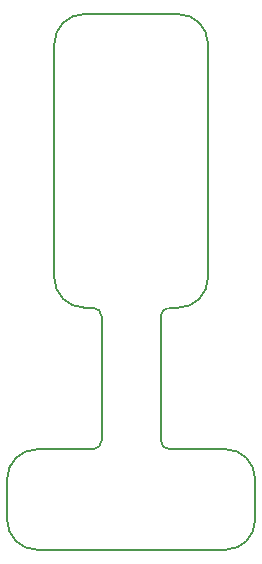
<source format=gm1>
G04 #@! TF.GenerationSoftware,KiCad,Pcbnew,6.0.5-a6ca702e91~116~ubuntu20.04.1*
G04 #@! TF.CreationDate,2022-06-20T08:21:11+02:00*
G04 #@! TF.ProjectId,traffic_lights_pedestrian,74726166-6669-4635-9f6c-69676874735f,1.0*
G04 #@! TF.SameCoordinates,Original*
G04 #@! TF.FileFunction,Profile,NP*
%FSLAX46Y46*%
G04 Gerber Fmt 4.6, Leading zero omitted, Abs format (unit mm)*
G04 Created by KiCad (PCBNEW 6.0.5-a6ca702e91~116~ubuntu20.04.1) date 2022-06-20 08:21:11*
%MOMM*%
%LPD*%
G01*
G04 APERTURE LIST*
G04 #@! TA.AperFunction,Profile*
%ADD10C,0.150000*%
G04 #@! TD*
G04 APERTURE END LIST*
D10*
X102500000Y-91500000D02*
X107250000Y-91500000D01*
X121000000Y-97500000D02*
X121000000Y-94000000D01*
X106500000Y-54660000D02*
X114500000Y-54660000D01*
X104000000Y-77000000D02*
X104000000Y-57160000D01*
X113750000Y-91500000D02*
X118500000Y-91500000D01*
X113000000Y-90750000D02*
G75*
G03*
X113750000Y-91500000I750000J0D01*
G01*
X107250000Y-91500000D02*
G75*
G03*
X108000000Y-90750000I0J750000D01*
G01*
X108000000Y-80250000D02*
X108000000Y-90750000D01*
X113000000Y-80250000D02*
X113000000Y-90750000D01*
X113750000Y-79500000D02*
G75*
G03*
X113000000Y-80250000I0J-750000D01*
G01*
X108000000Y-80250000D02*
G75*
G03*
X107250000Y-79500000I-750000J0D01*
G01*
X106500000Y-79500000D02*
X107250000Y-79500000D01*
X113750000Y-79500000D02*
X114500000Y-79500000D01*
X104000000Y-77000000D02*
G75*
G03*
X106500000Y-79500000I2500000J0D01*
G01*
X114500000Y-79500000D02*
G75*
G03*
X117000000Y-77000000I0J2500000D01*
G01*
X117000000Y-77000000D02*
X117000000Y-57100000D01*
X106500000Y-54660000D02*
G75*
G03*
X104000000Y-57160000I0J-2500000D01*
G01*
X116999999Y-57100000D02*
G75*
G03*
X114500000Y-54660000I-2499999J-60737D01*
G01*
X99999999Y-97450000D02*
G75*
G03*
X102500000Y-100000000I2500001J-49509D01*
G01*
X121000000Y-94000000D02*
G75*
G03*
X118500000Y-91500000I-2500000J0D01*
G01*
X102500000Y-100000000D02*
X118500000Y-100000000D01*
X102500000Y-91500000D02*
G75*
G03*
X100000000Y-94000000I0J-2500000D01*
G01*
X118500000Y-100000000D02*
G75*
G03*
X121000000Y-97500000I0J2500000D01*
G01*
X100000000Y-97450000D02*
X100000000Y-94000000D01*
M02*

</source>
